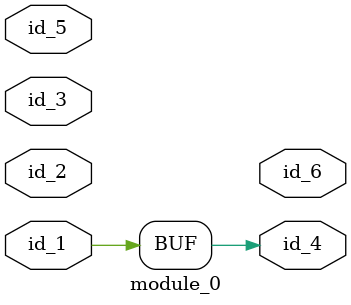
<source format=v>
module module_0 (
    id_1,
    id_2,
    id_3,
    id_4,
    id_5,
    id_6
);
  output id_6;
  input id_5;
  output id_4;
  inout id_3;
  input id_2;
  input id_1;
  assign id_4[1'b0] = id_1;
endmodule

</source>
